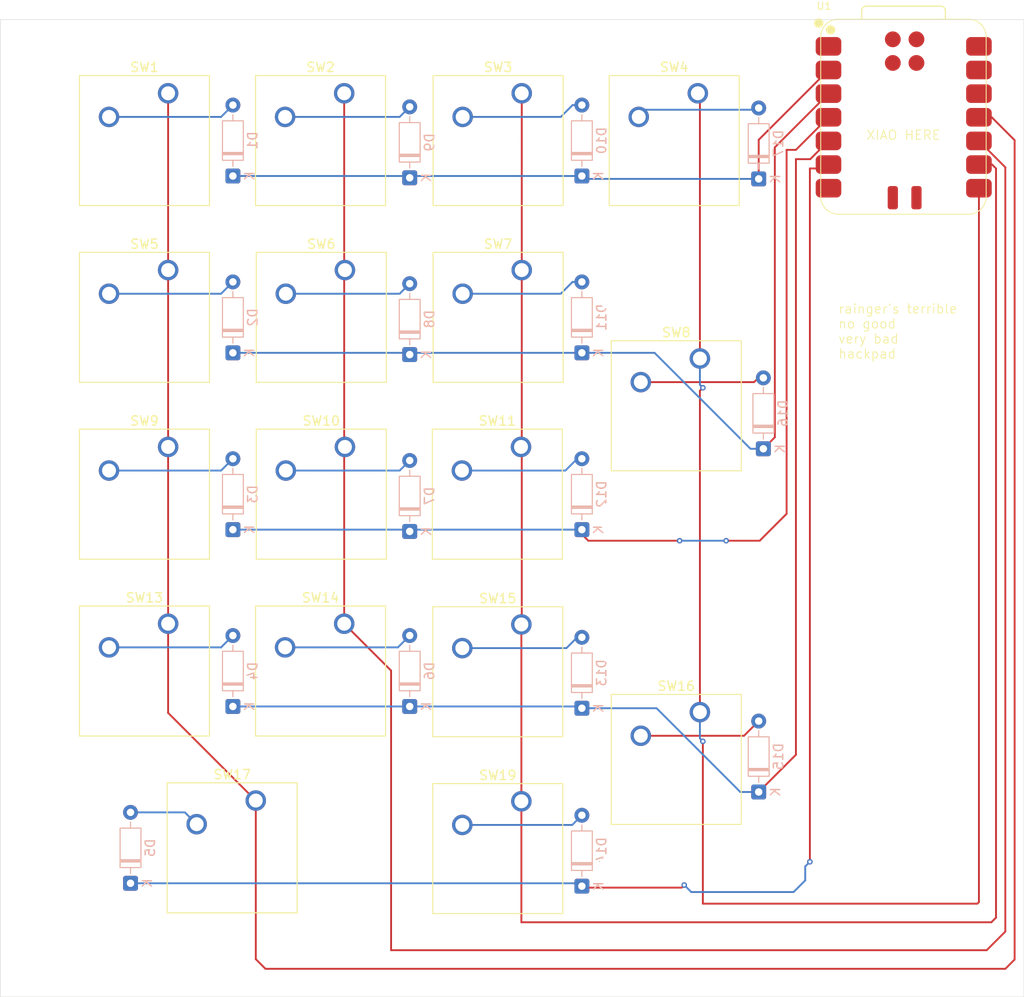
<source format=kicad_pcb>
(kicad_pcb (version 20241229) (generator "pcbnew") (generator_version "9.0")
  (layers (0 "F.Cu" signal) (2 "B.Cu" signal) (13 "F.Paste" user) (15 "B.Paste" user) (5 "F.SilkS" user "F.Silkscreen") (7 "B.SilkS" user "B.Silkscreen") (1 "F.Mask" user) (3 "B.Mask" user) (25 "Edge.Cuts" user))
  (net 0 "")
  (net 1 "Net-(D1-A)")
  (net 2 "Net-(D1-K)")
  (net 3 "Net-(D11-K)")
  (net 4 "Net-(D2-A)")
  (net 5 "Net-(D3-A)")
  (net 6 "Net-(D12-K)")
  (net 7 "Net-(D13-K)")
  (net 8 "Net-(D4-A)")
  (net 9 "Net-(D5-A)")
  (net 10 "Net-(D14-K)")
  (net 11 "Net-(D6-A)")
  (net 12 "Net-(D7-A)")
  (net 13 "Net-(D8-A)")
  (net 14 "Net-(D9-A)")
  (net 15 "Net-(D10-A)")
  (net 16 "Net-(D11-A)")
  (net 17 "Net-(D12-A)")
  (net 18 "Net-(D13-A)")
  (net 19 "Net-(D14-A)")
  (net 20 "Net-(D15-A)")
  (net 21 "Net-(D16-A)")
  (net 22 "Net-(U1-GPIO3{slash}MOSI)")
  (net 23 "Net-(U1-GPIO4{slash}MISO)")
  (net 24 "Net-(U1-GPIO2{slash}SCK)")
  (net 25 "Net-(U1-GPIO1{slash}RX)")
  (net 26 "GND")
  (net 28 "+5V")
  (net 31 "Net-(D17-A)")
  (footprint "Button_Switch_Keyboard:SW_Cherry_MX_1.00u_PCB" (layer "F.Cu") (at 157.04 46.92)
    (property "Reference" "SW6" (at -2.54 -2.794 0) (layer "F.SilkS"))
    (property "Value" "SW_Push_45deg")
    (pad "" np_thru_hole circle (at -7.62 5.08) (size 1.7 1.7) (drill 1.7) (layers "*.Cu" "*.Mask"))
    (pad "" np_thru_hole circle (at -2.54 5.08) (size 4 4) (drill 4) (layers "*.Cu" "*.Mask"))
    (pad "" np_thru_hole circle (at 2.54 5.08) (size 1.7 1.7) (drill 1.7) (layers "*.Cu" "*.Mask"))
    (pad "1" thru_hole circle (at 0 0) (size 2.2 2.2) (drill 1.5) (layers "*.Cu" "*.Mask") (net 23 "Net-(U1-GPIO4{slash}MISO)"))
    (pad "2" thru_hole circle (at -6.35 2.54) (size 2.2 2.2) (drill 1.5) (layers "*.Cu" "*.Mask") (net 13 "Net-(D8-A)"))
  )
  (footprint "Button_Switch_Keyboard:SW_Cherry_MX_2.00u_Vertical_PCB" (layer "F.Cu") (at 195.1825 56.42)
    (property "Reference" "SW8" (at -2.54 -2.794 0) (layer "F.SilkS"))
    (property "Value" "SW_Push_45deg")
    (pad "" np_thru_hole circle (at -9.54 -6.82) (size 3.05 3.05) (drill 3.05) (layers "*.Cu" "*.Mask"))
    (pad "" np_thru_hole circle (at -9.54 16.98) (size 3.05 3.05) (drill 3.05) (layers "*.Cu" "*.Mask"))
    (pad "" np_thru_hole circle (at -7.62 5.08) (size 1.7 1.7) (drill 1.7) (layers "*.Cu" "*.Mask"))
    (pad "" np_thru_hole circle (at -2.54 5.08) (size 4 4) (drill 4) (layers "*.Cu" "*.Mask"))
    (pad "" np_thru_hole circle (at 2.54 5.08) (size 1.7 1.7) (drill 1.7) (layers "*.Cu" "*.Mask"))
    (pad "" np_thru_hole circle (at 5.7 -6.82) (size 4 4) (drill 4) (layers "*.Cu" "*.Mask"))
    (pad "" np_thru_hole circle (at 5.7 16.98) (size 4 4) (drill 4) (layers "*.Cu" "*.Mask"))
    (pad "1" thru_hole circle (at 0 0) (size 2.2 2.2) (drill 1.5) (layers "*.Cu" "*.Mask") (net 25 "Net-(U1-GPIO1{slash}RX)"))
    (pad "2" thru_hole circle (at -6.35 2.54) (size 2.2 2.2) (drill 1.5) (layers "*.Cu" "*.Mask") (net 21 "Net-(D16-A)"))
  )
  (footprint "Button_Switch_Keyboard:SW_Cherry_MX_1.00u_PCB" (layer "F.Cu") (at 138.04 65.92)
    (property "Reference" "SW9" (at -2.54 -2.794 0) (layer "F.SilkS"))
    (property "Value" "SW_Push_45deg")
    (pad "" np_thru_hole circle (at -7.62 5.08) (size 1.7 1.7) (drill 1.7) (layers "*.Cu" "*.Mask"))
    (pad "" np_thru_hole circle (at -2.54 5.08) (size 4 4) (drill 4) (layers "*.Cu" "*.Mask"))
    (pad "" np_thru_hole circle (at 2.54 5.08) (size 1.7 1.7) (drill 1.7) (layers "*.Cu" "*.Mask"))
    (pad "1" thru_hole circle (at 0 0) (size 2.2 2.2) (drill 1.5) (layers "*.Cu" "*.Mask") (net 22 "Net-(U1-GPIO3{slash}MOSI)"))
    (pad "2" thru_hole circle (at -6.35 2.54) (size 2.2 2.2) (drill 1.5) (layers "*.Cu" "*.Mask") (net 5 "Net-(D3-A)"))
  )
  (footprint "Button_Switch_Keyboard:SW_Cherry_MX_1.00u_PCB" (layer "F.Cu") (at 157.04 65.92)
    (property "Reference" "SW10" (at -2.54 -2.794 0) (layer "F.SilkS"))
    (property "Value" "SW_Push_45deg")
    (pad "" np_thru_hole circle (at -7.62 5.08) (size 1.7 1.7) (drill 1.7) (layers "*.Cu" "*.Mask"))
    (pad "" np_thru_hole circle (at -2.54 5.08) (size 4 4) (drill 4) (layers "*.Cu" "*.Mask"))
    (pad "" np_thru_hole circle (at 2.54 5.08) (size 1.7 1.7) (drill 1.7) (layers "*.Cu" "*.Mask"))
    (pad "1" thru_hole circle (at 0 0) (size 2.2 2.2) (drill 1.5) (layers "*.Cu" "*.Mask") (net 23 "Net-(U1-GPIO4{slash}MISO)"))
    (pad "2" thru_hole circle (at -6.35 2.54) (size 2.2 2.2) (drill 1.5) (layers "*.Cu" "*.Mask") (net 12 "Net-(D7-A)"))
  )
  (footprint "Button_Switch_Keyboard:SW_Cherry_MX_2.00u_PCB" (layer "F.Cu") (at 147.46 103.92)
    (property "Reference" "SW17" (at -2.54 -2.794 0) (layer "F.SilkS"))
    (property "Value" "SW_Push_45deg")
    (pad "" np_thru_hole circle (at -14.44 -1.92) (size 3.05 3.05) (drill 3.05) (layers "*.Cu" "*.Mask"))
    (pad "" np_thru_hole circle (at -14.44 13.32) (size 4 4) (drill 4) (layers "*.Cu" "*.Mask"))
    (pad "" np_thru_hole circle (at -7.62 5.08) (size 1.7 1.7) (drill 1.7) (layers "*.Cu" "*.Mask"))
    (pad "" np_thru_hole circle (at -2.54 5.08) (size 4 4) (drill 4) (layers "*.Cu" "*.Mask"))
    (pad "" np_thru_hole circle (at 2.54 5.08) (size 1.7 1.7) (drill 1.7) (layers "*.Cu" "*.Mask"))
    (pad "" np_thru_hole circle (at 9.36 -1.92) (size 3.05 3.05) (drill 3.05) (layers "*.Cu" "*.Mask"))
    (pad "" np_thru_hole circle (at 9.36 13.32) (size 4 4) (drill 4) (layers "*.Cu" "*.Mask"))
    (pad "1" thru_hole circle (at 0 0) (size 2.2 2.2) (drill 1.5) (layers "*.Cu" "*.Mask") (net 22 "Net-(U1-GPIO3{slash}MOSI)"))
    (pad "2" thru_hole circle (at -6.35 2.54) (size 2.2 2.2) (drill 1.5) (layers "*.Cu" "*.Mask") (net 9 "Net-(D5-A)"))
  )
  (footprint "Button_Switch_Keyboard:SW_Cherry_MX_1.00u_PCB" (layer "F.Cu") (at 176 104)
    (property "Reference" "SW19" (at -2.54 -2.794 0) (layer "F.SilkS"))
    (property "Value" "SW_Push_45deg")
    (pad "" np_thru_hole circle (at -7.62 5.08) (size 1.7 1.7) (drill 1.7) (layers "*.Cu" "*.Mask"))
    (pad "" np_thru_hole circle (at -2.54 5.08) (size 4 4) (drill 4) (layers "*.Cu" "*.Mask"))
    (pad "" np_thru_hole circle (at 2.54 5.08) (size 1.7 1.7) (drill 1.7) (layers "*.Cu" "*.Mask"))
    (pad "1" thru_hole circle (at 0 0) (size 2.2 2.2) (drill 1.5) (layers "*.Cu" "*.Mask") (net 24 "Net-(U1-GPIO2{slash}SCK)"))
    (pad "2" thru_hole circle (at -6.35 2.54) (size 2.2 2.2) (drill 1.5) (layers "*.Cu" "*.Mask") (net 19 "Net-(D14-A)"))
  )
  (footprint "Button_Switch_Keyboard:SW_Cherry_MX_1.00u_PCB" (layer "F.Cu") (at 156.96 84.92)
    (property "Reference" "SW14" (at -2.54 -2.794 0) (layer "F.SilkS"))
    (property "Value" "SW_Push_45deg")
    (pad "" np_thru_hole circle (at -7.62 5.08) (size 1.7 1.7) (drill 1.7) (layers "*.Cu" "*.Mask"))
    (pad "" np_thru_hole circle (at -2.54 5.08) (size 4 4) (drill 4) (layers "*.Cu" "*.Mask"))
    (pad "" np_thru_hole circle (at 2.54 5.08) (size 1.7 1.7) (drill 1.7) (layers "*.Cu" "*.Mask"))
    (pad "1" thru_hole circle (at 0 0) (size 2.2 2.2) (drill 1.5) (layers "*.Cu" "*.Mask") (net 23 "Net-(U1-GPIO4{slash}MISO)"))
    (pad "2" thru_hole circle (at -6.35 2.54) (size 2.2 2.2) (drill 1.5) (layers "*.Cu" "*.Mask") (net 11 "Net-(D6-A)"))
  )
  (footprint "Button_Switch_Keyboard:SW_Cherry_MX_1.00u_PCB" (layer "F.Cu") (at 138.04 46.92)
    (property "Reference" "SW5" (at -2.54 -2.794 0) (layer "F.SilkS"))
    (property "Value" "SW_Push_45deg")
    (pad "" np_thru_hole circle (at -7.62 5.08) (size 1.7 1.7) (drill 1.7) (layers "*.Cu" "*.Mask"))
    (pad "" np_thru_hole circle (at -2.54 5.08) (size 4 4) (drill 4) (layers "*.Cu" "*.Mask"))
    (pad "" np_thru_hole circle (at 2.54 5.08) (size 1.7 1.7) (drill 1.7) (layers "*.Cu" "*.Mask"))
    (pad "1" thru_hole circle (at 0 0) (size 2.2 2.2) (drill 1.5) (layers "*.Cu" "*.Mask") (net 22 "Net-(U1-GPIO3{slash}MOSI)"))
    (pad "2" thru_hole circle (at -6.35 2.54) (size 2.2 2.2) (drill 1.5) (layers "*.Cu" "*.Mask") (net 4 "Net-(D2-A)"))
  )
  (footprint "Button_Switch_Keyboard:SW_Cherry_MX_1.00u_PCB" (layer "F.Cu") (at 138.04 27.92)
    (property "Reference" "SW1" (at -2.54 -2.794 0) (layer "F.SilkS"))
    (property "Value" "SW_Push_45deg")
    (pad "" np_thru_hole circle (at -7.62 5.08) (size 1.7 1.7) (drill 1.7) (layers "*.Cu" "*.Mask"))
    (pad "" np_thru_hole circle (at -2.54 5.08) (size 4 4) (drill 4) (layers "*.Cu" "*.Mask"))
    (pad "" np_thru_hole circle (at 2.54 5.08) (size 1.7 1.7) (drill 1.7) (layers "*.Cu" "*.Mask"))
    (pad "1" thru_hole circle (at 0 0) (size 2.2 2.2) (drill 1.5) (layers "*.Cu" "*.Mask") (net 22 "Net-(U1-GPIO3{slash}MOSI)"))
    (pad "2" thru_hole circle (at -6.35 2.54) (size 2.2 2.2) (drill 1.5) (layers "*.Cu" "*.Mask") (net 1 "Net-(D1-A)"))
  )
  (footprint "Button_Switch_Keyboard:SW_Cherry_MX_1.00u_PCB" (layer "F.Cu") (at 176.04 27.92)
    (property "Reference" "SW3" (at -2.54 -2.794 0) (layer "F.SilkS"))
    (property "Value" "SW_Push_45deg")
    (pad "" np_thru_hole circle (at -7.62 5.08) (size 1.7 1.7) (drill 1.7) (layers "*.Cu" "*.Mask"))
    (pad "" np_thru_hole circle (at -2.54 5.08) (size 4 4) (drill 4) (layers "*.Cu" "*.Mask"))
    (pad "" np_thru_hole circle (at 2.54 5.08) (size 1.7 1.7) (drill 1.7) (layers "*.Cu" "*.Mask"))
    (pad "1" thru_hole circle (at 0 0) (size 2.2 2.2) (drill 1.5) (layers "*.Cu" "*.Mask") (net 24 "Net-(U1-GPIO2{slash}SCK)"))
    (pad "2" thru_hole circle (at -6.35 2.54) (size 2.2 2.2) (drill 1.5) (layers "*.Cu" "*.Mask") (net 15 "Net-(D10-A)"))
  )
  (footprint "Button_Switch_Keyboard:SW_Cherry_MX_1.00u_PCB" (layer "F.Cu") (at 175.96 65.92)
    (property "Reference" "SW11" (at -2.54 -2.794 0) (layer "F.SilkS"))
    (property "Value" "SW_Push_45deg")
    (pad "" np_thru_hole circle (at -7.62 5.08) (size 1.7 1.7) (drill 1.7) (layers "*.Cu" "*.Mask"))
    (pad "" np_thru_hole circle (at -2.54 5.08) (size 4 4) (drill 4) (layers "*.Cu" "*.Mask"))
    (pad "" np_thru_hole circle (at 2.54 5.08) (size 1.7 1.7) (drill 1.7) (layers "*.Cu" "*.Mask"))
    (pad "1" thru_hole circle (at 0 0) (size 2.2 2.2) (drill 1.5) (layers "*.Cu" "*.Mask") (net 24 "Net-(U1-GPIO2{slash}SCK)"))
    (pad "2" thru_hole circle (at -6.35 2.54) (size 2.2 2.2) (drill 1.5) (layers "*.Cu" "*.Mask") (net 17 "Net-(D12-A)"))
  )
  (footprint "Button_Switch_Keyboard:SW_Cherry_MX_1.00u_PCB" (layer "F.Cu") (at 176.04 46.92)
    (property "Reference" "SW7" (at -2.54 -2.794 0) (layer "F.SilkS"))
    (property "Value" "SW_Push_45deg")
    (pad "" np_thru_hole circle (at -7.62 5.08) (size 1.7 1.7) (drill 1.7) (layers "*.Cu" "*.Mask"))
    (pad "" np_thru_hole circle (at -2.54 5.08) (size 4 4) (drill 4) (layers "*.Cu" "*.Mask"))
    (pad "" np_thru_hole circle (at 2.54 5.08) (size 1.7 1.7) (drill 1.7) (layers "*.Cu" "*.Mask"))
    (pad "1" thru_hole circle (at 0 0) (size 2.2 2.2) (drill 1.5) (layers "*.Cu" "*.Mask") (net 24 "Net-(U1-GPIO2{slash}SCK)"))
    (pad "2" thru_hole circle (at -6.35 2.54) (size 2.2 2.2) (drill 1.5) (layers "*.Cu" "*.Mask") (net 16 "Net-(D11-A)"))
  )
  (footprint "OPL:XIAO-RP2040-SMD" (layer "F.Cu") (at 217 30.5)
    (property "Reference" "U1" (at -9.335 -11.5 0) (layer "F.SilkS") (effects (font (size 0.78232 0.78232) (thickness 0.10668)) (justify left bottom)))
    (property "Value" "XIAO-RP2040-DIP")
    (pad "1" smd roundrect (at -8 -7.62) (size 2.75 2) (layers "F.Cu" "F.Mask" "F.Paste"))
    (pad "2" smd roundrect (at -8 -5.08) (size 2.75 2) (layers "F.Cu" "F.Mask" "F.Paste") (net 2 "Net-(D1-K)"))
    (pad "3" smd roundrect (at -8 -2.54) (size 2.75 2) (layers "F.Cu" "F.Mask" "F.Paste") (net 3 "Net-(D11-K)"))
    (pad "4" smd roundrect (at -8 0) (size 2.75 2) (layers "F.Cu" "F.Mask" "F.Paste") (net 6 "Net-(D12-K)"))
    (pad "5" smd roundrect (at -8 2.54) (size 2.75 2) (layers "F.Cu" "F.Mask" "F.Paste") (net 7 "Net-(D13-K)"))
    (pad "6" smd roundrect (at -8 5.08) (size 2.75 2) (layers "F.Cu" "F.Mask" "F.Paste") (net 10 "Net-(D14-K)"))
    (pad "7" smd roundrect (at -8 7.62) (size 2.75 2) (layers "F.Cu" "F.Mask" "F.Paste"))
    (pad "8" smd roundrect (at 8.165 7.62) (size 2.75 2) (layers "F.Cu" "F.Mask" "F.Paste") (net 25 "Net-(U1-GPIO1{slash}RX)"))
    (pad "9" smd roundrect (at 8.165 5.08) (size 2.75 2) (layers "F.Cu" "F.Mask" "F.Paste") (net 24 "Net-(U1-GPIO2{slash}SCK)"))
    (pad "10" smd roundrect (at 8.165 2.54) (size 2.75 2) (layers "F.Cu" "F.Mask" "F.Paste") (net 23 "Net-(U1-GPIO4{slash}MISO)"))
    (pad "11" smd roundrect (at 8.165 0) (size 2.75 2) (layers "F.Cu" "F.Mask" "F.Paste") (net 22 "Net-(U1-GPIO3{slash}MOSI)"))
    (pad "12" smd roundrect (at 8.165 -2.54) (size 2.75 2) (layers "F.Cu" "F.Mask" "F.Paste"))
    (pad "13" smd roundrect (at 8.165 -5.08) (size 2.75 2) (layers "F.Cu" "F.Mask" "F.Paste") (net 26 "GND"))
    (pad "14" smd roundrect (at 8.165 -7.62) (size 2.75 2) (layers "F.Cu" "F.Mask" "F.Paste") (net 28 "+5V"))
    (pad "15" smd roundrect (at -1.088 8.64 270) (size 2.5 1.1) (layers "F.Cu" "F.Mask" "F.Paste"))
    (pad "16" smd roundrect (at 1.452 8.64 270) (size 2.5 1.1) (layers "F.Cu" "F.Mask" "F.Paste"))
    (pad "17" smd circle (at -1.088 -8.378) (size 1.7 1.7) (layers "F.Cu" "F.Mask" "F.Paste"))
    (pad "18" smd circle (at 1.452 -8.378) (size 1.7 1.7) (layers "F.Cu" "F.Mask" "F.Paste"))
    (pad "19" smd circle (at -1.088 -5.838) (size 1.7 1.7) (layers "F.Cu" "F.Mask" "F.Paste"))
    (pad "20" smd circle (at 1.452 -5.838) (size 1.7 1.7) (layers "F.Cu" "F.Mask" "F.Paste"))
  )
  (footprint "Button_Switch_Keyboard:SW_Cherry_MX_1.00u_PCB" (layer "F.Cu") (at 156.96 27.92)
    (property "Reference" "SW2" (at -2.54 -2.794 0) (layer "F.SilkS"))
    (property "Value" "SW_Push_45deg")
    (pad "" np_thru_hole circle (at -7.62 5.08) (size 1.7 1.7) (drill 1.7) (layers "*.Cu" "*.Mask"))
    (pad "" np_thru_hole circle (at -2.54 5.08) (size 4 4) (drill 4) (layers "*.Cu" "*.Mask"))
    (pad "" np_thru_hole circle (at 2.54 5.08) (size 1.7 1.7) (drill 1.7) (layers "*.Cu" "*.Mask"))
    (pad "1" thru_hole circle (at 0 0) (size 2.2 2.2) (drill 1.5) (layers "*.Cu" "*.Mask") (net 23 "Net-(U1-GPIO4{slash}MISO)"))
    (pad "2" thru_hole circle (at -6.35 2.54) (size 2.2 2.2) (drill 1.5) (layers "*.Cu" "*.Mask") (net 14 "Net-(D9-A)"))
  )
  (footprint "Button_Switch_Keyboard:SW_Cherry_MX_1.00u_PCB" (layer "F.Cu") (at 194.96 27.92)
    (property "Reference" "SW4" (at -2.54 -2.794 0) (layer "F.SilkS"))
    (property "Value" "SW_Push_45deg")
    (pad "" np_thru_hole circle (at -7.62 5.08) (size 1.7 1.7) (drill 1.7) (layers "*.Cu" "*.Mask"))
    (pad "" np_thru_hole circle (at -2.54 5.08) (size 4 4) (drill 4) (layers "*.Cu" "*.Mask"))
    (pad "" np_thru_hole circle (at 2.54 5.08) (size 1.7 1.7) (drill 1.7) (layers "*.Cu" "*.Mask"))
    (pad "1" thru_hole circle (at 0 0) (size 2.2 2.2) (drill 1.5) (layers "*.Cu" "*.Mask") (net 25 "Net-(U1-GPIO1{slash}RX)"))
    (pad "2" thru_hole circle (at -6.35 2.54) (size 2.2 2.2) (drill 1.5) (layers "*.Cu" "*.Mask") (net 31 "Net-(D17-A)"))
  )
  (footprint "Button_Switch_Keyboard:SW_Cherry_MX_1.00u_PCB" (layer "F.Cu") (at 176 85)
    (property "Reference" "SW15" (at -2.54 -2.794 0) (layer "F.SilkS"))
    (property "Value" "SW_Push_45deg")
    (pad "" np_thru_hole circle (at -7.62 5.08) (size 1.7 1.7) (drill 1.7) (layers "*.Cu" "*.Mask"))
    (pad "" np_thru_hole circle (at -2.54 5.08) (size 4 4) (drill 4) (layers "*.Cu" "*.Mask"))
    (pad "" np_thru_hole circle (at 2.54 5.08) (size 1.7 1.7) (drill 1.7) (layers "*.Cu" "*.Mask"))
    (pad "1" thru_hole circle (at 0 0) (size 2.2 2.2) (drill 1.5) (layers "*.Cu" "*.Mask") (net 24 "Net-(U1-GPIO2{slash}SCK)"))
    (pad "2" thru_hole circle (at -6.35 2.54) (size 2.2 2.2) (drill 1.5) (layers "*.Cu" "*.Mask") (net 18 "Net-(D13-A)"))
  )
  (footprint "Button_Switch_Keyboard:SW_Cherry_MX_2.00u_Vertical_PCB" (layer "F.Cu") (at 195.1825 94.42)
    (property "Reference" "SW16" (at -2.54 -2.794 0) (layer "F.SilkS"))
    (property "Value" "SW_Push_45deg")
    (pad "" np_thru_hole circle (at -9.54 -6.82) (size 3.05 3.05) (drill 3.05) (layers "*.Cu" "*.Mask"))
    (pad "" np_thru_hole circle (at -9.54 16.98) (size 3.05 3.05) (drill 3.05) (layers "*.Cu" "*.Mask"))
    (pad "" np_thru_hole circle (at -7.62 5.08) (size 1.7 1.7) (drill 1.7) (layers "*.Cu" "*.Mask"))
    (pad "" np_thru_hole circle (at -2.54 5.08) (size 4 4) (drill 4) (layers "*.Cu" "*.Mask"))
    (pad "" np_thru_hole circle (at 2.54 5.08) (size 1.7 1.7) (drill 1.7) (layers "*.Cu" "*.Mask"))
    (pad "" np_thru_hole circle (at 5.7 -6.82) (size 4 4) (drill 4) (layers "*.Cu" "*.Mask"))
    (pad "" np_thru_hole circle (at 5.7 16.98) (size 4 4) (drill 4) (layers "*.Cu" "*.Mask"))
    (pad "1" thru_hole circle (at 0 0) (size 2.2 2.2) (drill 1.5) (layers "*.Cu" "*.Mask") (net 25 "Net-(U1-GPIO1{slash}RX)"))
    (pad "2" thru_hole circle (at -6.35 2.54) (size 2.2 2.2) (drill 1.5) (layers "*.Cu" "*.Mask") (net 20 "Net-(D15-A)"))
  )
  (footprint "Button_Switch_Keyboard:SW_Cherry_MX_1.00u_PCB" (layer "F.Cu") (at 138.04 84.92)
    (property "Reference" "SW13" (at -2.54 -2.794 0) (layer "F.SilkS"))
    (property "Value" "SW_Push_45deg")
    (pad "" np_thru_hole circle (at -7.62 5.08) (size 1.7 1.7) (drill 1.7) (layers "*.Cu" "*.Mask"))
    (pad "" np_thru_hole circle (at -2.54 5.08) (size 4 4) (drill 4) (layers "*.Cu" "*.Mask"))
    (pad "" np_thru_hole circle (at 2.54 5.08) (size 1.7 1.7) (drill 1.7) (layers "*.Cu" "*.Mask"))
    (pad "1" thru_hole circle (at 0 0) (size 2.2 2.2) (drill 1.5) (layers "*.Cu" "*.Mask") (net 22 "Net-(U1-GPIO3{slash}MOSI)"))
    (pad "2" thru_hole circle (at -6.35 2.54) (size 2.2 2.2) (drill 1.5) (layers "*.Cu" "*.Mask") (net 8 "Net-(D4-A)"))
  )
  (footprint "Diode_THT:D_DO-35_SOD27_P7.62mm_Horizontal" (layer "B.Cu") (at 202 66.12 90)
    (property "Reference" "D16" (at 3.81 2.12 90) (layer "B.SilkS") (effects (justify mirror)))
    (property "Value" "D")
    (fp_text user "K" (at 0 1.8 90) (layer "B.SilkS") (effects (justify mirror)))
    (pad "1" thru_hole roundrect (at 0 0 90) (size 1.6 1.6) (drill 0.8) (layers "*.Cu" "*.Mask") (roundrect_rratio 0.15625) (net 3 "Net-(D11-K)"))
    (pad "2" thru_hole circle (at 7.62 0 90) (size 1.6 1.6) (drill 0.8) (layers "*.Cu" "*.Mask") (net 21 "Net-(D16-A)"))
  )
  (footprint "Diode_THT:D_DO-35_SOD27_P7.62mm_Horizontal" (layer "B.Cu") (at 145 55.81 90)
    (property "Reference" "D2" (at 3.81 2.12 90) (layer "B.SilkS") (effects (justify mirror)))
    (property "Value" "D")
    (fp_text user "K" (at 0 1.8 90) (layer "B.SilkS") (effects (justify mirror)))
    (pad "1" thru_hole roundrect (at 0 0 90) (size 1.6 1.6) (drill 0.8) (layers "*.Cu" "*.Mask") (roundrect_rratio 0.15625) (net 3 "Net-(D11-K)"))
    (pad "2" thru_hole circle (at 7.62 0 90) (size 1.6 1.6) (drill 0.8) (layers "*.Cu" "*.Mask") (net 4 "Net-(D2-A)"))
  )
  (footprint "Diode_THT:D_DO-35_SOD27_P7.62mm_Horizontal" (layer "B.Cu") (at 145 36.81 90)
    (property "Reference" "D1" (at 3.81 2.12 90) (layer "B.SilkS") (effects (justify mirror)))
    (property "Value" "D")
    (fp_text user "K" (at 0 1.8 90) (layer "B.SilkS") (effects (justify mirror)))
    (pad "1" thru_hole roundrect (at 0 0 90) (size 1.6 1.6) (drill 0.8) (layers "*.Cu" "*.Mask") (roundrect_rratio 0.15625) (net 2 "Net-(D1-K)"))
    (pad "2" thru_hole circle (at 7.62 0 90) (size 1.6 1.6) (drill 0.8) (layers "*.Cu" "*.Mask") (net 1 "Net-(D1-A)"))
  )
  (footprint "Diode_THT:D_DO-35_SOD27_P7.62mm_Horizontal" (layer "B.Cu") (at 182.5 74.81 90)
    (property "Reference" "D12" (at 3.81 2.12 90) (layer "B.SilkS") (effects (justify mirror)))
    (property "Value" "D")
    (fp_text user "K" (at 0 1.8 90) (layer "B.SilkS") (effects (justify mirror)))
    (pad "1" thru_hole roundrect (at 0 0 90) (size 1.6 1.6) (drill 0.8) (layers "*.Cu" "*.Mask") (roundrect_rratio 0.15625) (net 6 "Net-(D12-K)"))
    (pad "2" thru_hole circle (at 7.62 0 90) (size 1.6 1.6) (drill 0.8) (layers "*.Cu" "*.Mask") (net 17 "Net-(D12-A)"))
  )
  (footprint "Diode_THT:D_DO-35_SOD27_P7.62mm_Horizontal" (layer "B.Cu") (at 182.5 94 90)
    (property "Reference" "D13" (at 3.81 2.12 90) (layer "B.SilkS") (effects (justify mirror)))
    (property "Value" "D")
    (fp_text user "K" (at 0 1.8 90) (layer "B.SilkS") (effects (justify mirror)))
    (pad "1" thru_hole roundrect (at 0 0 90) (size 1.6 1.6) (drill 0.8) (layers "*.Cu" "*.Mask") (roundrect_rratio 0.15625) (net 7 "Net-(D13-K)"))
    (pad "2" thru_hole circle (at 7.62 0 90) (size 1.6 1.6) (drill 0.8) (layers "*.Cu" "*.Mask") (net 18 "Net-(D13-A)"))
  )
  (footprint "Diode_THT:D_DO-35_SOD27_P7.62mm_Horizontal" (layer "B.Cu") (at 164 37 90)
    (property "Reference" "D9" (at 3.81 2.12 90) (layer "B.SilkS") (effects (justify mirror)))
    (property "Value" "D")
    (fp_text user "K" (at 0 1.8 90) (layer "B.SilkS") (effects (justify mirror)))
    (pad "1" thru_hole roundrect (at 0 0 90) (size 1.6 1.6) (drill 0.8) (layers "*.Cu" "*.Mask") (roundrect_rratio 0.15625) (net 2 "Net-(D1-K)"))
    (pad "2" thru_hole circle (at 7.62 0 90) (size 1.6 1.6) (drill 0.8) (layers "*.Cu" "*.Mask") (net 14 "Net-(D9-A)"))
  )
  (footprint "Diode_THT:D_DO-35_SOD27_P7.62mm_Horizontal" (layer "B.Cu") (at 145 74.81 90)
    (property "Reference" "D3" (at 3.81 2.12 90) (layer "B.SilkS") (effects (justify mirror)))
    (property "Value" "D")
    (fp_text user "K" (at 0 1.8 90) (layer "B.SilkS") (effects (justify mirror)))
    (pad "1" thru_hole roundrect (at 0 0 90) (size 1.6 1.6) (drill 0.8) (layers "*.Cu" "*.Mask") (roundrect_rratio 0.15625) (net 6 "Net-(D12-K)"))
    (pad "2" thru_hole circle (at 7.62 0 90) (size 1.6 1.6) (drill 0.8) (layers "*.Cu" "*.Mask") (net 5 "Net-(D3-A)"))
  )
  (footprint "Diode_THT:D_DO-35_SOD27_P7.62mm_Horizontal" (layer "B.Cu") (at 134 112.81 90)
    (property "Reference" "D5" (at 3.81 2.12 90) (layer "B.SilkS") (effects (justify mirror)))
    (property "Value" "D")
    (fp_text user "K" (at 0 1.8 90) (layer "B.SilkS") (effects (justify mirror)))
    (pad "1" thru_hole roundrect (at 0 0 90) (size 1.6 1.6) (drill 0.8) (layers "*.Cu" "*.Mask") (roundrect_rratio 0.15625) (net 10 "Net-(D14-K)"))
    (pad "2" thru_hole circle (at 7.62 0 90) (size 1.6 1.6) (drill 0.8) (layers "*.Cu" "*.Mask") (net 9 "Net-(D5-A)"))
  )
  (footprint "Diode_THT:D_DO-35_SOD27_P7.62mm_Horizontal" (layer "B.Cu") (at 164 93.81 90)
    (property "Reference" "D6" (at 3.81 2.12 90) (layer "B.SilkS") (effects (justify mirror)))
    (property "Value" "D")
    (fp_text user "K" (at 0 1.8 90) (layer "B.SilkS") (effects (justify mirror)))
    (pad "1" thru_hole roundrect (at 0 0 90) (size 1.6 1.6) (drill 0.8) (layers "*.Cu" "*.Mask") (roundrect_rratio 0.15625) (net 7 "Net-(D13-K)"))
    (pad "2" thru_hole circle (at 7.62 0 90) (size 1.6 1.6) (drill 0.8) (layers "*.Cu" "*.Mask") (net 11 "Net-(D6-A)"))
  )
  (footprint "Diode_THT:D_DO-35_SOD27_P7.62mm_Horizontal" (layer "B.Cu") (at 182.5 113.12 90)
    (property "Reference" "D14" (at 3.81 2.12 90) (layer "B.SilkS") (effects (justify mirror)))
    (property "Value" "D")
    (fp_text user "K" (at 0 1.8 90) (layer "B.SilkS") (effects (justify mirror)))
    (pad "1" thru_hole roundrect (at 0 0 90) (size 1.6 1.6) (drill 0.8) (layers "*.Cu" "*.Mask") (roundrect_rratio 0.15625) (net 10 "Net-(D14-K)"))
    (pad "2" thru_hole circle (at 7.62 0 90) (size 1.6 1.6) (drill 0.8) (layers "*.Cu" "*.Mask") (net 19 "Net-(D14-A)"))
  )
  (footprint "Diode_THT:D_DO-35_SOD27_P7.62mm_Horizontal" (layer "B.Cu") (at 201.5 103 90)
    (property "Reference" "D15" (at 3.81 2.12 90) (layer "B.SilkS") (effects (justify mirror)))
    (property "Value" "D")
    (fp_text user "K" (at 0 1.8 90) (layer "B.SilkS") (effects (justify mirror)))
    (pad "1" thru_hole roundrect (at 0 0 90) (size 1.6 1.6) (drill 0.8) (layers "*.Cu" "*.Mask") (roundrect_rratio 0.15625) (net 7 "Net-(D13-K)"))
    (pad "2" thru_hole circle (at 7.62 0 90) (size 1.6 1.6) (drill 0.8) (layers "*.Cu" "*.Mask") (net 20 "Net-(D15-A)"))
  )
  (footprint "Diode_THT:D_DO-35_SOD27_P7.62mm_Horizontal" (layer "B.Cu") (at 182.5 36.81 90)
    (property "Reference" "D10" (at 3.81 2.12 90) (layer "B.SilkS") (effects (justify mirror)))
    (property "Value" "D")
    (fp_text user "K" (at 0 1.8 90) (layer "B.SilkS") (effects (justify mirror)))
    (pad "1" thru_hole roundrect (at 0 0 90) (size 1.6 1.6) (drill 0.8) (layers "*.Cu" "*.Mask") (roundrect_rratio 0.15625) (net 2 "Net-(D1-K)"))
    (pad "2" thru_hole circle (at 7.62 0 90) (size 1.6 1.6) (drill 0.8) (layers "*.Cu" "*.Mask") (net 15 "Net-(D10-A)"))
  )
  (footprint "Diode_THT:D_DO-35_SOD27_P7.62mm_Horizontal" (layer "B.Cu") (at 182.5 55.81 90)
    (property "Reference" "D11" (at 3.81 2.12 90) (layer "B.SilkS") (effects (justify mirror)))
    (property "Value" "D")
    (fp_text user "K" (at 0 1.8 90) (layer "B.SilkS") (effects (justify mirror)))
    (pad "1" thru_hole roundrect (at 0 0 90) (size 1.6 1.6) (drill 0.8) (layers "*.Cu" "*.Mask") (roundrect_rratio 0.15625) (net 3 "Net-(D11-K)"))
    (pad "2" thru_hole circle (at 7.62 0 90) (size 1.6 1.6) (drill 0.8) (layers "*.Cu" "*.Mask") (net 16 "Net-(D11-A)"))
  )
  (footprint "Diode_THT:D_DO-35_SOD27_P7.62mm_Horizontal" (layer "B.Cu") (at 201.5 37.12 90)
    (property "Reference" "D17" (at 3.81 2.12 90) (layer "B.SilkS") (effects (justify mirror)))
    (property "Value" "D")
    (fp_text user "K" (at 0 1.8 90) (layer "B.SilkS") (effects (justify mirror)))
    (pad "1" thru_hole roundrect (at 0 0 90) (size 1.6 1.6) (drill 0.8) (layers "*.Cu" "*.Mask") (roundrect_rratio 0.15625) (net 2 "Net-(D1-K)"))
    (pad "2" thru_hole circle (at 7.62 0 90) (size 1.6 1.6) (drill 0.8) (layers "*.Cu" "*.Mask") (net 31 "Net-(D17-A)"))
  )
  (footprint "Diode_THT:D_DO-35_SOD27_P7.62mm_Horizontal" (layer "B.Cu") (at 164 56 90)
    (property "Reference" "D8" (at 3.81 2.12 90) (layer "B.SilkS") (effects (justify mirror)))
    (property "Value" "D")
    (fp_text user "K" (at 0 1.8 90) (layer "B.SilkS") (effects (justify mirror)))
    (pad "1" thru_hole roundrect (at 0 0 90) (size 1.6 1.6) (drill 0.8) (layers "*.Cu" "*.Mask") (roundrect_rratio 0.15625) (net 3 "Net-(D11-K)"))
    (pad "2" thru_hole circle (at 7.62 0 90) (size 1.6 1.6) (drill 0.8) (layers "*.Cu" "*.Mask") (net 13 "Net-(D8-A)"))
  )
  (footprint "Diode_THT:D_DO-35_SOD27_P7.62mm_Horizontal" (layer "B.Cu") (at 164 75 90)
    (property "Reference" "D7" (at 3.81 2.12 90) (layer "B.SilkS") (effects (justify mirror)))
    (property "Value" "D")
    (fp_text user "K" (at 0 1.8 90) (layer "B.SilkS") (effects (justify mirror)))
    (pad "1" thru_hole roundrect (at 0 0 90) (size 1.6 1.6) (drill 0.8) (layers "*.Cu" "*.Mask") (roundrect_rratio 0.15625) (net 6 "Net-(D12-K)"))
    (pad "2" thru_hole circle (at 7.62 0 90) (size 1.6 1.6) (drill 0.8) (layers "*.Cu" "*.Mask") (net 12 "Net-(D7-A)"))
  )
  (footprint "Diode_THT:D_DO-35_SOD27_P7.62mm_Horizontal" (layer "B.Cu") (at 145 93.81 90)
    (property "Reference" "D4" (at 3.81 2.12 90) (layer "B.SilkS") (effects (justify mirror)))
    (property "Value" "D")
    (fp_text user "K" (at 0 1.8 90) (layer "B.SilkS") (effects (justify mirror)))
    (pad "1" thru_hole roundrect (at 0 0 90) (size 1.6 1.6) (drill 0.8) (layers "*.Cu" "*.Mask") (roundrect_rratio 0.15625) (net 7 "Net-(D13-K)"))
    (pad "2" thru_hole circle (at 7.62 0 90) (size 1.6 1.6) (drill 0.8) (layers "*.Cu" "*.Mask") (net 8 "Net-(D4-A)"))
  )
  (gr_rect (start 120 20) (end 230 125) (stroke (width 0.05)) (fill no) (layer "Edge.Cuts"))
  (gr_text "XIAO HERE" (at 213 33 0) (layer "F.SilkS") (effects (font (size 1 1) (thickness 0.1)) (justify left bottom)))
  (gr_text "rainger's terrible \nno good \nvery bad\nhackpad" (at 210 56.5 0) (layer "F.SilkS") (effects (font (size 1 1) (thickness 0.1)) (justify left bottom)))
  (segment (start 131.69 30.46) (end 143.73 30.46) (width 0.2) (layer "B.Cu") (net 1))
  (segment (start 143.73 30.46) (end 145 29.19) (width 0.2) (layer "B.Cu") (net 1))
  (segment (start 201.5 32.92) (end 209 25.42) (width 0.2) (layer "F.Cu") (net 2))
  (segment (start 201.5 37.12) (end 201.5 32.92) (width 0.2) (layer "F.Cu") (net 2))
  (segment (start 182.62 37.12) (end 201 37.12) (width 0.2) (layer "B.Cu") (net 2))
  (segment (start 182.31 36.81) (end 182.62 37.12) (width 0.2) (layer "B.Cu") (net 2))
  (segment (start 145 37) (end 145.19 36.81) (width 0.2) (layer "B.Cu") (net 2))
  (segment (start 181.5 36.81) (end 182.31 36.81) (width 0.2) (layer "B.Cu") (net 2))
  (segment (start 145 36.81) (end 145 37) (width 0.2) (layer "B.Cu") (net 2))
  (segment (start 145.19 36.81) (end 181.5 36.81) (width 0.2) (layer "B.Cu") (net 2))
  (segment (start 202 66.12) (end 203.2335 64.8865) (width 0.2) (layer "F.Cu") (net 3))
  (segment (start 203.2335 33.7265) (end 209 27.96) (width 0.2) (layer "F.Cu") (net 3))
  (segment (start 203.2335 64.8865) (end 203.2335 33.7265) (width 0.2) (layer "F.Cu") (net 3))
  (segment (start 200.62 66.12) (end 202 66.12) (width 0.2) (layer "B.Cu") (net 3))
  (segment (start 145 55.5) (end 145.31 55.81) (width 0.2) (layer "B.Cu") (net 3))
  (segment (start 190.31 55.81) (end 200.62 66.12) (width 0.2) (layer "B.Cu") (net 3))
  (segment (start 181.5 55.81) (end 190.31 55.81) (width 0.2) (layer "B.Cu") (net 3))
  (segment (start 145 55.81) (end 145 55.5) (width 0.2) (layer "B.Cu") (net 3))
  (segment (start 145.31 55.81) (end 181.5 55.81) (width 0.2) (layer "B.Cu") (net 3))
  (segment (start 131.69 49.46) (end 143.73 49.46) (width 0.2) (layer "B.Cu") (net 4))
  (segment (start 143.73 49.46) (end 145 48.19) (width 0.2) (layer "B.Cu") (net 4))
  (segment (start 143.73 68.46) (end 145 67.19) (width 0.2) (layer "B.Cu") (net 5))
  (segment (start 131.69 68.46) (end 143.73 68.46) (width 0.2) (layer "B.Cu") (net 5))
  (segment (start 201.607316 76) (end 204.5 73.107316) (width 0.2) (layer "F.Cu") (net 6))
  (segment (start 204.5 34) (end 205.5 34) (width 0.2) (layer "F.Cu") (net 6))
  (segment (start 182 74.81) (end 183.19 76) (width 0.2) (layer "F.Cu") (net 6))
  (segment (start 183.19 76) (end 193 76) (width 0.2) (layer "F.Cu") (net 6))
  (segment (start 205.5 34) (end 209 30.5) (width 0.2) (layer "F.Cu") (net 6))
  (segment (start 198 76) (end 201.607316 76) (width 0.2) (layer "F.Cu") (net 6))
  (segment (start 204.5 73.107316) (end 204.5 34) (width 0.2) (layer "F.Cu") (net 6))
  (via (at 193 76) (size 0.6) (drill 0.3) (layers "F.Cu" "B.Cu") (net 6))
  (via (at 198 76) (size 0.6) (drill 0.3) (layers "F.Cu" "B.Cu") (net 6))
  (segment (start 193 76) (end 198 76) (width 0.2) (layer "B.Cu") (net 6))
  (segment (start 145 75) (end 145.19 74.81) (width 0.2) (layer "B.Cu") (net 6))
  (segment (start 145.19 74.81) (end 182 74.81) (width 0.2) (layer "B.Cu") (net 6))
  (segment (start 145 74.81) (end 145 75) (width 0.2) (layer "B.Cu") (net 6))
  (segment (start 205.5 99) (end 205.5 35) (width 0.2) (layer "F.Cu") (net 7))
  (segment (start 205.5 35) (end 207.04 35) (width 0.2) (layer "F.Cu") (net 7))
  (segment (start 207.04 35) (end 209 33.04) (width 0.2) (layer "F.Cu") (net 7))
  (segment (start 201.5 103) (end 205.5 99) (width 0.2) (layer "F.Cu") (net 7))
  (segment (start 199.52403 103) (end 201.5 103) (width 0.2) (layer "B.Cu") (net 7))
  (segment (start 181.81 93.81) (end 182 94) (width 0.2) (layer "B.Cu") (net 7))
  (segment (start 190.52403 94) (end 199.52403 103) (width 0.2) (layer "B.Cu") (net 7))
  (segment (start 145 93.81) (end 181.81 93.81) (width 0.2) (layer "B.Cu") (net 7))
  (segment (start 182 94) (end 190.52403 94) (width 0.2) (layer "B.Cu") (net 7))
  (segment (start 143.73 87.46) (end 145 86.19) (width 0.2) (layer "B.Cu") (net 8))
  (segment (start 131.69 87.46) (end 143.73 87.46) (width 0.2) (layer "B.Cu") (net 8))
  (segment (start 134 105.19) (end 139.84 105.19) (width 0.2) (layer "B.Cu") (net 9))
  (segment (start 139.84 105.19) (end 141.11 106.46) (width 0.2) (layer "B.Cu") (net 9))
  (segment (start 207 110.5) (end 207 36) (width 0.2) (layer "F.Cu") (net 10))
  (segment (start 182.156 113.276) (end 193.224 113.276) (width 0.2) (layer "F.Cu") (net 10))
  (segment (start 208.58 36) (end 209 35.58) (width 0.2) (layer "F.Cu") (net 10))
  (segment (start 193.224 113.276) (end 193.5 113) (width 0.2) (layer "F.Cu") (net 10))
  (segment (start 182 113.12) (end 182.156 113.276) (width 0.2) (layer "F.Cu") (net 10))
  (segment (start 207 36) (end 208.58 36) (width 0.2) (layer "F.Cu") (net 10))
  (via (at 207 110.5) (size 0.6) (drill 0.3) (layers "F.Cu" "B.Cu") (net 10))
  (via (at 193.5 113) (size 0.6) (drill 0.3) (layers "F.Cu" "B.Cu") (net 10))
  (segment (start 194.251 113.751) (end 205.249 113.751) (width 0.2) (layer "B.Cu") (net 10))
  (segment (start 134 112.81) (end 181.69 112.81) (width 0.2) (layer "B.Cu") (net 10))
  (segment (start 193.5 113) (end 194.251 113.751) (width 0.2) (layer "B.Cu") (net 10))
  (segment (start 181.69 112.81) (end 182 113.12) (width 0.2) (layer "B.Cu") (net 10))
  (segment (start 206.5 111) (end 207 110.5) (width 0.2) (layer "B.Cu") (net 10))
  (segment (start 206.5 112.5) (end 206.5 111) (width 0.2) (layer "B.Cu") (net 10))
  (segment (start 205.249 113.751) (end 206.5 112.5) (width 0.2) (layer "B.Cu") (net 10))
  (segment (start 150.61 87.46) (end 162.73 87.46) (width 0.2) (layer "B.Cu") (net 11))
  (segment (start 162.73 87.46) (end 164 86.19) (width 0.2) (layer "B.Cu") (net 11))
  (segment (start 150.69 68.46) (end 162.92 68.46) (width 0.2) (layer "B.Cu") (net 12))
  (segment (start 162.92 68.46) (end 164 67.38) (width 0.2) (layer "B.Cu") (net 12))
  (segment (start 150.69 49.46) (end 162.92 49.46) (width 0.2) (layer "B.Cu") (net 13))
  (segment (start 162.92 49.46) (end 164 48.38) (width 0.2) (layer "B.Cu") (net 13))
  (segment (start 150.61 30.46) (end 162.92 30.46) (width 0.2) (layer "B.Cu") (net 14))
  (segment (start 162.92 30.46) (end 164 29.38) (width 0.2) (layer "B.Cu") (net 14))
  (segment (start 180.23 30.46) (end 181.5 29.19) (width 0.2) (layer "B.Cu") (net 15))
  (segment (start 181.5 29.19) (end 182.5 29.19) (width 0.2) (layer "B.Cu") (net 15))
  (segment (start 169.69 30.46) (end 180.23 30.46) (width 0.2) (layer "B.Cu") (net 15))
  (segment (start 180.23 49.46) (end 181.5 48.19) (width 0.2) (layer "B.Cu") (net 16))
  (segment (start 181.5 48.19) (end 182.5 48.19) (width 0.2) (layer "B.Cu") (net 16))
  (segment (start 169.69 49.46) (end 180.23 49.46) (width 0.2) (layer "B.Cu") (net 16))
  (segment (start 180.73 68.46) (end 182 67.19) (width 0.2) (layer "B.Cu") (net 17))
  (segment (start 169.61 68.46) (end 180.73 68.46) (width 0.2) (layer "B.Cu") (net 17))
  (segment (start 180.84 87.54) (end 169.65 87.54) (width 0.2) (layer "B.Cu") (net 18))
  (segment (start 182.5 86.38) (end 182 86.38) (width 0.2) (layer "B.Cu") (net 18))
  (segment (start 182 86.38) (end 180.84 87.54) (width 0.2) (layer "B.Cu") (net 18))
  (segment (start 182.5 105.5) (end 181.46 106.54) (width 0.2) (layer "B.Cu") (net 19))
  (segment (start 181.46 106.54) (end 169.65 106.54) (width 0.2) (layer "B.Cu") (net 19))
  (segment (start 188.8325 96.96) (end 199.92 96.96) (width 0.2) (layer "F.Cu") (net 20))
  (segment (start 199.92 96.96) (end 201.5 95.38) (width 0.2) (layer "F.Cu") (net 20))
  (segment (start 202 58.5) (end 201.46 58.5) (width 0.2) (layer "F.Cu") (net 21))
  (segment (start 188.8325 58.96) (end 201 58.96) (width 0.2) (layer "F.Cu") (net 21))
  (segment (start 201.46 58.5) (end 201 58.96) (width 0.2) (layer "F.Cu") (net 21))
  (segment (start 138.04 94.5) (end 138.04 84.92) (width 0.2) (layer "F.Cu") (net 22))
  (segment (start 147.46 120.96) (end 148.5 122) (width 0.2) (layer "F.Cu") (net 22))
  (segment (start 148.5 122) (end 228 122) (width 0.2) (layer "F.Cu") (net 22))
  (segment (start 229 121) (end 229 32.96) (width 0.2) (layer "F.Cu") (net 22))
  (segment (start 229 32.96) (end 226.54 30.5) (width 0.2) (layer "F.Cu") (net 22))
  (segment (start 138.04 27.92) (end 138.04 84.92) (width 0.2) (layer "F.Cu") (net 22))
  (segment (start 147.46 103.92) (end 147.46 120.96) (width 0.2) (layer "F.Cu") (net 22))
  (segment (start 226.54 30.5) (end 225.165 30.5) (width 0.2) (layer "F.Cu") (net 22))
  (segment (start 147.46 103.92) (end 138.04 94.5) (width 0.2) (layer "F.Cu") (net 22))
  (segment (start 228 122) (end 229 121) (width 0.2) (layer "F.Cu") (net 22))
  (segment (start 156.96 84.92) (end 162 89.96) (width 0.2) (layer "F.Cu") (net 23))
  (segment (start 162 120) (end 226 120) (width 0.2) (layer "F.Cu") (net 23))
  (segment (start 226 120) (end 228 118) (width 0.2) (layer "F.Cu") (net 23))
  (segment (start 228 118) (end 228 35.875) (width 0.2) (layer "F.Cu") (net 23))
  (segment (start 162 89.96) (end 162 120) (width 0.2) (layer "F.Cu") (net 23))
  (segment (start 156.96 27.92) (end 156.96 84.92) (width 0.2) (layer "F.Cu") (net 23))
  (segment (start 228 35.875) (end 225.165 33.04) (width 0.2) (layer "F.Cu") (net 23))
  (segment (start 176 104) (end 176 117) (width 0.2) (layer "F.Cu") (net 24))
  (segment (start 176 117) (end 226.5 117) (width 0.2) (layer "F.Cu") (net 24))
  (segment (start 226.58 35.58) (end 227 36) (width 0.2) (layer "F.Cu") (net 24))
  (segment (start 176 85) (end 176 104) (width 0.2) (layer "F.Cu") (net 24))
  (segment (start 176.04 27.92) (end 176.04 84.96) (width 0.2) (layer "F.Cu") (net 24))
  (segment (start 225.165 35.58) (end 226.58 35.58) (width 0.2) (layer "F.Cu") (net 24))
  (segment (start 176.04 84.96) (end 176 85) (width 0.2) (layer "F.Cu") (net 24))
  (segment (start 226.5 117) (end 227 116.5) (width 0.2) (layer "F.Cu") (net 24))
  (segment (start 227 116.5) (end 227 36) (width 0.2) (layer "F.Cu") (net 24))
  (segment (start 225.165 114.835) (end 225.165 38.12) (width 0.2) (layer "F.Cu") (net 25))
  (segment (start 195.5 59.56) (end 195.1825 59.8775) (width 0.2) (layer "F.Cu") (net 25))
  (segment (start 194.96 27.92) (end 195.1825 28.1425) (width 0.2) (layer "F.Cu") (net 25))
  (segment (start 195.5 115) (end 225 115) (width 0.2) (layer "F.Cu") (net 25))
  (segment (start 195.1825 28.1425) (end 195.1825 56.42) (width 0.2) (layer "F.Cu") (net 25))
  (segment (start 195.5 97.56) (end 195.5 115) (width 0.2) (layer "F.Cu") (net 25))
  (segment (start 195.1825 59.8775) (end 195.1825 94.42) (width 0.2) (layer "F.Cu") (net 25))
  (segment (start 225 115) (end 225.165 114.835) (width 0.2) (layer "F.Cu") (net 25))
  (via (at 195.5 97.56) (size 0.6) (drill 0.3) (layers "F.Cu" "B.Cu") (net 25))
  (via (at 195.5 59.56) (size 0.6) (drill 0.3) (layers "F.Cu" "B.Cu") (net 25))
  (segment (start 195.1825 59.2425) (end 195.5 59.56) (width 0.2) (layer "B.Cu") (net 25))
  (segment (start 195.1825 97.2425) (end 195.5 97.56) (width 0.2) (layer "B.Cu") (net 25))
  (segment (start 195.1825 94.42) (end 195.1825 97.2425) (width 0.2) (layer "B.Cu") (net 25))
  (segment (start 195.1825 56.42) (end 195.1825 59.2425) (width 0.2) (layer "B.Cu") (net 25))
  (segment (start 201.31 29.69) (end 201.5 29.5) (width 0.2) (layer "B.Cu") (net 31))
  (segment (start 188.61 30.46) (end 188.54 30.46) (width 0.2) (layer "B.Cu") (net 31))
  (segment (start 188.54 30.46) (end 189.31 29.69) (width 0.2) (layer "B.Cu") (net 31))
  (segment (start 189.31 29.69) (end 201.31 29.69) (width 0.2) (layer "B.Cu") (net 31))
)
</source>
